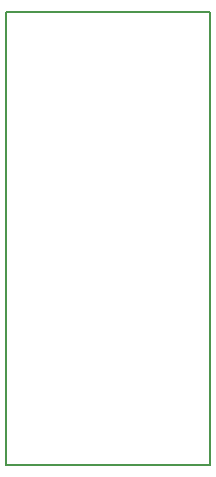
<source format=gm1>
G04 #@! TF.FileFunction,Profile,NP*
%FSLAX46Y46*%
G04 Gerber Fmt 4.6, Leading zero omitted, Abs format (unit mm)*
G04 Created by KiCad (PCBNEW 4.0.4-stable) date Tuesday, January 03, 2017 'PMt' 07:48:05 PM*
%MOMM*%
%LPD*%
G01*
G04 APERTURE LIST*
%ADD10C,0.100000*%
%ADD11C,0.150000*%
G04 APERTURE END LIST*
D10*
D11*
X148336000Y-127000000D02*
X148336000Y-88646000D01*
X131064000Y-88646000D02*
X131064000Y-127000000D01*
X148336000Y-88646000D02*
X131064000Y-88646000D01*
X131064000Y-127000000D02*
X148336000Y-127000000D01*
M02*

</source>
